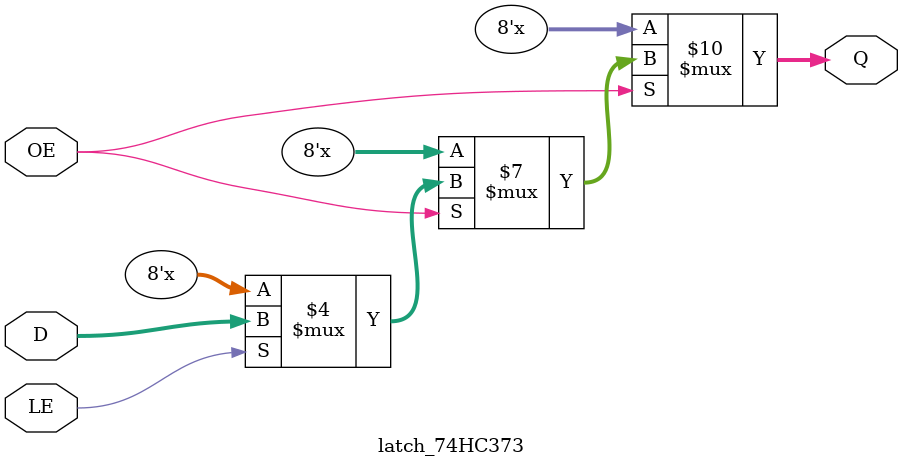
<source format=v>
module latch_74HC373(
	input OE,LE,
	input [7:0] D,
	output reg [7:0] Q
);
	always @ (OE or LE or D)
		if(!OE) Q = 8'bz;//禁止输出，低电平有效
		else if(LE) Q = D;//使能（高电平）和读锁存器模式
endmodule
</source>
